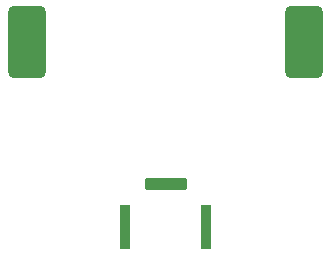
<source format=gbr>
%TF.GenerationSoftware,KiCad,Pcbnew,9.0.2*%
%TF.CreationDate,2025-07-12T02:23:40+02:00*%
%TF.ProjectId,Clock1.2,436c6f63-6b31-42e3-922e-6b696361645f,rev?*%
%TF.SameCoordinates,Original*%
%TF.FileFunction,Paste,Bot*%
%TF.FilePolarity,Positive*%
%FSLAX46Y46*%
G04 Gerber Fmt 4.6, Leading zero omitted, Abs format (unit mm)*
G04 Created by KiCad (PCBNEW 9.0.2) date 2025-07-12 02:23:40*
%MOMM*%
%LPD*%
G01*
G04 APERTURE LIST*
G04 Aperture macros list*
%AMRoundRect*
0 Rectangle with rounded corners*
0 $1 Rounding radius*
0 $2 $3 $4 $5 $6 $7 $8 $9 X,Y pos of 4 corners*
0 Add a 4 corners polygon primitive as box body*
4,1,4,$2,$3,$4,$5,$6,$7,$8,$9,$2,$3,0*
0 Add four circle primitives for the rounded corners*
1,1,$1+$1,$2,$3*
1,1,$1+$1,$4,$5*
1,1,$1+$1,$6,$7*
1,1,$1+$1,$8,$9*
0 Add four rect primitives between the rounded corners*
20,1,$1+$1,$2,$3,$4,$5,0*
20,1,$1+$1,$4,$5,$6,$7,0*
20,1,$1+$1,$6,$7,$8,$9,0*
20,1,$1+$1,$8,$9,$2,$3,0*%
G04 Aperture macros list end*
%ADD10RoundRect,0.135000X0.315000X1.765000X-0.315000X1.765000X-0.315000X-1.765000X0.315000X-1.765000X0*%
%ADD11RoundRect,0.165000X1.635000X0.385000X-1.635000X0.385000X-1.635000X-0.385000X1.635000X-0.385000X0*%
%ADD12RoundRect,0.480000X-1.120000X-2.570000X1.120000X-2.570000X1.120000X2.570000X-1.120000X2.570000X0*%
G04 APERTURE END LIST*
D10*
%TO.C,BackupBT1*%
X103400000Y-111175000D03*
D11*
X100000000Y-107525000D03*
D10*
X96600000Y-111175000D03*
%TD*%
D12*
%TO.C,BT1*%
X88250000Y-95500000D03*
X111750000Y-95500000D03*
%TD*%
M02*

</source>
